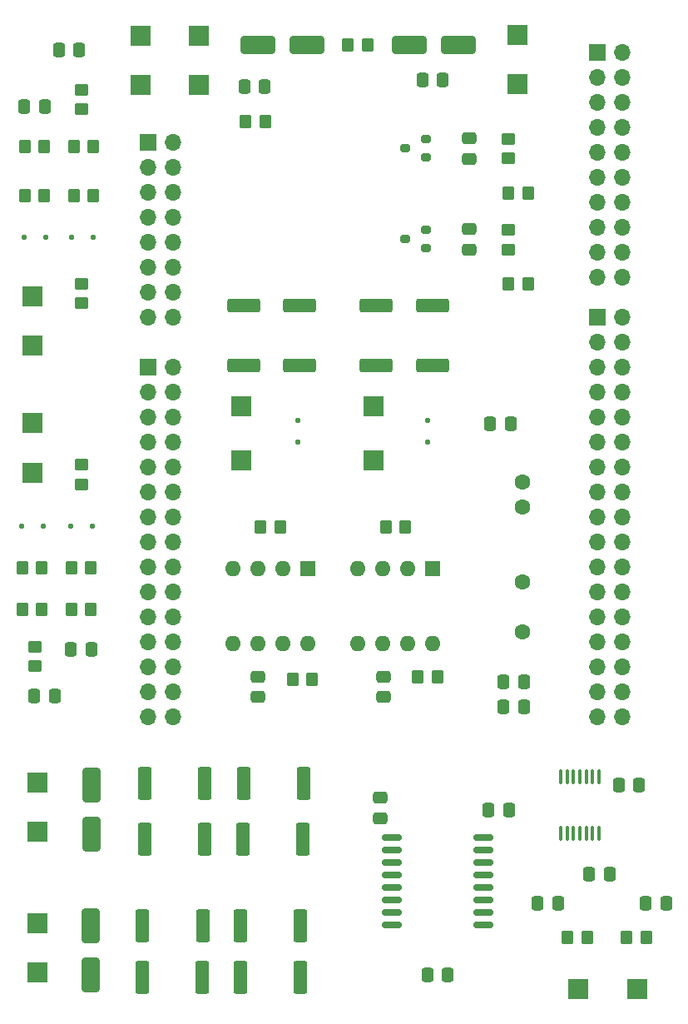
<source format=gts>
G04 #@! TF.GenerationSoftware,KiCad,Pcbnew,8.0.6*
G04 #@! TF.CreationDate,2024-12-04T22:51:12+00:00*
G04 #@! TF.ProjectId,Pulse generator daughter board,50756c73-6520-4676-956e-657261746f72,rev?*
G04 #@! TF.SameCoordinates,Original*
G04 #@! TF.FileFunction,Soldermask,Top*
G04 #@! TF.FilePolarity,Negative*
%FSLAX46Y46*%
G04 Gerber Fmt 4.6, Leading zero omitted, Abs format (unit mm)*
G04 Created by KiCad (PCBNEW 8.0.6) date 2024-12-04 22:51:12*
%MOMM*%
%LPD*%
G01*
G04 APERTURE LIST*
G04 Aperture macros list*
%AMRoundRect*
0 Rectangle with rounded corners*
0 $1 Rounding radius*
0 $2 $3 $4 $5 $6 $7 $8 $9 X,Y pos of 4 corners*
0 Add a 4 corners polygon primitive as box body*
4,1,4,$2,$3,$4,$5,$6,$7,$8,$9,$2,$3,0*
0 Add four circle primitives for the rounded corners*
1,1,$1+$1,$2,$3*
1,1,$1+$1,$4,$5*
1,1,$1+$1,$6,$7*
1,1,$1+$1,$8,$9*
0 Add four rect primitives between the rounded corners*
20,1,$1+$1,$2,$3,$4,$5,0*
20,1,$1+$1,$4,$5,$6,$7,0*
20,1,$1+$1,$6,$7,$8,$9,0*
20,1,$1+$1,$8,$9,$2,$3,0*%
G04 Aperture macros list end*
%ADD10RoundRect,0.250000X-0.337500X-0.475000X0.337500X-0.475000X0.337500X0.475000X-0.337500X0.475000X0*%
%ADD11RoundRect,0.150000X-0.875000X-0.150000X0.875000X-0.150000X0.875000X0.150000X-0.875000X0.150000X0*%
%ADD12RoundRect,0.200000X0.300000X-0.200000X0.300000X0.200000X-0.300000X0.200000X-0.300000X-0.200000X0*%
%ADD13RoundRect,0.249999X-1.425001X0.450001X-1.425001X-0.450001X1.425001X-0.450001X1.425001X0.450001X0*%
%ADD14RoundRect,0.250000X0.450000X-0.350000X0.450000X0.350000X-0.450000X0.350000X-0.450000X-0.350000X0*%
%ADD15RoundRect,0.250000X-0.350000X-0.450000X0.350000X-0.450000X0.350000X0.450000X-0.350000X0.450000X0*%
%ADD16RoundRect,0.250000X0.350000X0.450000X-0.350000X0.450000X-0.350000X-0.450000X0.350000X-0.450000X0*%
%ADD17RoundRect,0.250001X-0.799999X0.799999X-0.799999X-0.799999X0.799999X-0.799999X0.799999X0.799999X0*%
%ADD18RoundRect,0.250001X-0.799999X-0.799999X0.799999X-0.799999X0.799999X0.799999X-0.799999X0.799999X0*%
%ADD19RoundRect,0.125000X0.125000X-0.125000X0.125000X0.125000X-0.125000X0.125000X-0.125000X-0.125000X0*%
%ADD20RoundRect,0.250000X0.475000X-0.337500X0.475000X0.337500X-0.475000X0.337500X-0.475000X-0.337500X0*%
%ADD21RoundRect,0.250000X0.337500X0.475000X-0.337500X0.475000X-0.337500X-0.475000X0.337500X-0.475000X0*%
%ADD22RoundRect,0.125000X0.125000X0.125000X-0.125000X0.125000X-0.125000X-0.125000X0.125000X-0.125000X0*%
%ADD23RoundRect,0.250000X-0.650000X1.500000X-0.650000X-1.500000X0.650000X-1.500000X0.650000X1.500000X0*%
%ADD24RoundRect,0.250001X0.799999X-0.799999X0.799999X0.799999X-0.799999X0.799999X-0.799999X-0.799999X0*%
%ADD25RoundRect,0.250000X-0.475000X0.337500X-0.475000X-0.337500X0.475000X-0.337500X0.475000X0.337500X0*%
%ADD26RoundRect,0.250000X0.650000X-1.500000X0.650000X1.500000X-0.650000X1.500000X-0.650000X-1.500000X0*%
%ADD27C,1.600000*%
%ADD28RoundRect,0.250000X-0.450000X0.350000X-0.450000X-0.350000X0.450000X-0.350000X0.450000X0.350000X0*%
%ADD29RoundRect,0.249999X0.450001X1.425001X-0.450001X1.425001X-0.450001X-1.425001X0.450001X-1.425001X0*%
%ADD30R,1.600000X1.600000*%
%ADD31O,1.600000X1.600000*%
%ADD32RoundRect,0.250000X-1.500000X-0.650000X1.500000X-0.650000X1.500000X0.650000X-1.500000X0.650000X0*%
%ADD33R,1.700000X1.700000*%
%ADD34O,1.700000X1.700000*%
%ADD35RoundRect,0.125000X-0.125000X-0.125000X0.125000X-0.125000X0.125000X0.125000X-0.125000X0.125000X0*%
%ADD36RoundRect,0.250000X1.500000X0.650000X-1.500000X0.650000X-1.500000X-0.650000X1.500000X-0.650000X0*%
%ADD37RoundRect,0.100000X0.100000X-0.637500X0.100000X0.637500X-0.100000X0.637500X-0.100000X-0.637500X0*%
G04 APERTURE END LIST*
D10*
X142172500Y-141970000D03*
X144247500Y-141970000D03*
D11*
X138560000Y-128025000D03*
X138560000Y-129295000D03*
X138560000Y-130565000D03*
X138560000Y-131835000D03*
X138560000Y-133105000D03*
X138560000Y-134375000D03*
X138560000Y-135645000D03*
X138560000Y-136915000D03*
X147860000Y-136915000D03*
X147860000Y-135645000D03*
X147860000Y-134375000D03*
X147860000Y-133105000D03*
X147860000Y-131835000D03*
X147860000Y-130565000D03*
X147860000Y-129295000D03*
X147860000Y-128025000D03*
D12*
X142060000Y-58870000D03*
X142060000Y-56970000D03*
X139960000Y-57920000D03*
D13*
X123460000Y-73920000D03*
X123460000Y-80020000D03*
X129210000Y-73920000D03*
X129210000Y-80020000D03*
X136960000Y-73920000D03*
X136960000Y-80020000D03*
X142710000Y-73920000D03*
X142710000Y-80020000D03*
D14*
X150460000Y-58970000D03*
X150460000Y-56970000D03*
X150460000Y-66220000D03*
X150460000Y-68220000D03*
D15*
X150460000Y-62470000D03*
X152460000Y-62470000D03*
X150460000Y-71720000D03*
X152460000Y-71720000D03*
D16*
X125710000Y-55220000D03*
X123710000Y-55220000D03*
D17*
X136710000Y-89720000D03*
X123210000Y-89720000D03*
X136710000Y-84220000D03*
X123210000Y-84220000D03*
D18*
X112960000Y-51470000D03*
X112960000Y-46470000D03*
D19*
X128960000Y-87820000D03*
X128960000Y-85620000D03*
X142210000Y-87820000D03*
X142210000Y-85620000D03*
D20*
X146460000Y-59007500D03*
X146460000Y-56932500D03*
X146460000Y-68257500D03*
X146460000Y-66182500D03*
D12*
X142060000Y-68120000D03*
X142060000Y-66220000D03*
X139960000Y-67170000D03*
D16*
X158460000Y-138220000D03*
X156460000Y-138220000D03*
D15*
X162460000Y-138220000D03*
X164460000Y-138220000D03*
D10*
X164422500Y-134720000D03*
X166497500Y-134720000D03*
D21*
X155497500Y-134720000D03*
X153422500Y-134720000D03*
X160747500Y-131720000D03*
X158672500Y-131720000D03*
D22*
X108060000Y-96370000D03*
X105860000Y-96370000D03*
D16*
X143210000Y-111720000D03*
X141210000Y-111720000D03*
X107960000Y-100620000D03*
X105960000Y-100620000D03*
D23*
X107960000Y-136970000D03*
X107960000Y-141970000D03*
D18*
X157510000Y-143470000D03*
D10*
X149922500Y-112220000D03*
X151997500Y-112220000D03*
D24*
X101960000Y-72970000D03*
D25*
X124960000Y-111682500D03*
X124960000Y-113757500D03*
D26*
X108030000Y-127720000D03*
X108030000Y-122720000D03*
D15*
X137960000Y-96470000D03*
X139960000Y-96470000D03*
D27*
X151900000Y-91890000D03*
X151900000Y-94430000D03*
X151900000Y-102050000D03*
X151900000Y-107130000D03*
D16*
X102960000Y-104870000D03*
X100960000Y-104870000D03*
D28*
X102210000Y-108620000D03*
X102210000Y-110620000D03*
D29*
X129510000Y-128220000D03*
X123410000Y-128220000D03*
D16*
X102960000Y-100620000D03*
X100960000Y-100620000D03*
D10*
X161672500Y-122720000D03*
X163747500Y-122720000D03*
D16*
X107960000Y-104870000D03*
X105960000Y-104870000D03*
D29*
X119510000Y-122500000D03*
X113410000Y-122500000D03*
D21*
X107997500Y-108870000D03*
X105922500Y-108870000D03*
D18*
X102460000Y-122470000D03*
D30*
X142760000Y-100670000D03*
D31*
X140220000Y-100670000D03*
X137680000Y-100670000D03*
X135140000Y-100670000D03*
X135140000Y-108290000D03*
X137680000Y-108290000D03*
X140220000Y-108290000D03*
X142760000Y-108290000D03*
D10*
X149922500Y-114720000D03*
X151997500Y-114720000D03*
D15*
X134090000Y-47440000D03*
X136090000Y-47440000D03*
D21*
X143747500Y-50970000D03*
X141672500Y-50970000D03*
D18*
X102460000Y-127470000D03*
X118960000Y-46470000D03*
X118960000Y-51470000D03*
D15*
X101210000Y-57720000D03*
X103210000Y-57720000D03*
X125210000Y-96470000D03*
X127210000Y-96470000D03*
D18*
X163510000Y-143470000D03*
D29*
X129560000Y-122500000D03*
X123460000Y-122500000D03*
X119510000Y-128220000D03*
X113410000Y-128220000D03*
D14*
X106960000Y-73720000D03*
X106960000Y-71720000D03*
D32*
X124960000Y-47470000D03*
X129960000Y-47470000D03*
D17*
X101960000Y-90970000D03*
D18*
X102460000Y-136720000D03*
D15*
X106210000Y-57720000D03*
X108210000Y-57720000D03*
D18*
X151340000Y-46380000D03*
D24*
X101960000Y-77970000D03*
D33*
X113780000Y-80170000D03*
D34*
X116320000Y-80170000D03*
X113780000Y-82710000D03*
X116320000Y-82710000D03*
X113780000Y-85250000D03*
X116320000Y-85250000D03*
X113780000Y-87790000D03*
X116320000Y-87790000D03*
X113780000Y-90330000D03*
X116320000Y-90330000D03*
X113780000Y-92870000D03*
X116320000Y-92870000D03*
X113780000Y-95410000D03*
X116320000Y-95410000D03*
X113780000Y-97950000D03*
X116320000Y-97950000D03*
X113780000Y-100490000D03*
X116320000Y-100490000D03*
X113780000Y-103030000D03*
X116320000Y-103030000D03*
X113780000Y-105570000D03*
X116320000Y-105570000D03*
X113780000Y-108110000D03*
X116320000Y-108110000D03*
X113780000Y-110650000D03*
X116320000Y-110650000D03*
X113780000Y-113190000D03*
X116320000Y-113190000D03*
X113780000Y-115730000D03*
X116320000Y-115730000D03*
D30*
X130030000Y-100700000D03*
D31*
X127490000Y-100700000D03*
X124950000Y-100700000D03*
X122410000Y-100700000D03*
X122410000Y-108320000D03*
X124950000Y-108320000D03*
X127490000Y-108320000D03*
X130030000Y-108320000D03*
D25*
X137710000Y-111682500D03*
X137710000Y-113757500D03*
D33*
X159500000Y-75090000D03*
D34*
X162040000Y-75090000D03*
X159500000Y-77630000D03*
X162040000Y-77630000D03*
X159500000Y-80170000D03*
X162040000Y-80170000D03*
X159500000Y-82710000D03*
X162040000Y-82710000D03*
X159500000Y-85250000D03*
X162040000Y-85250000D03*
X159500000Y-87790000D03*
X162040000Y-87790000D03*
X159500000Y-90330000D03*
X162040000Y-90330000D03*
X159500000Y-92870000D03*
X162040000Y-92870000D03*
X159500000Y-95410000D03*
X162040000Y-95410000D03*
X159500000Y-97950000D03*
X162040000Y-97950000D03*
X159500000Y-100490000D03*
X162040000Y-100490000D03*
X159500000Y-103030000D03*
X162040000Y-103030000D03*
X159500000Y-105570000D03*
X162040000Y-105570000D03*
X159500000Y-108110000D03*
X162040000Y-108110000D03*
X159500000Y-110650000D03*
X162040000Y-110650000D03*
X159500000Y-113190000D03*
X162040000Y-113190000D03*
X159500000Y-115730000D03*
X162040000Y-115730000D03*
D22*
X108160000Y-66970000D03*
X105960000Y-66970000D03*
D10*
X123552500Y-51690000D03*
X125627500Y-51690000D03*
X101172500Y-53720000D03*
X103247500Y-53720000D03*
D16*
X130460000Y-111970000D03*
X128460000Y-111970000D03*
D29*
X129260000Y-136970000D03*
X123160000Y-136970000D03*
X119260000Y-142220000D03*
X113160000Y-142220000D03*
D18*
X102460000Y-141720000D03*
D20*
X137360000Y-126057500D03*
X137360000Y-123982500D03*
D10*
X148582500Y-85950000D03*
X150657500Y-85950000D03*
D35*
X100860000Y-96370000D03*
X103060000Y-96370000D03*
D36*
X145340000Y-47440000D03*
X140340000Y-47440000D03*
D28*
X106960000Y-90120000D03*
X106960000Y-92120000D03*
D15*
X106210000Y-62720000D03*
X108210000Y-62720000D03*
D33*
X159500000Y-48170000D03*
D34*
X162040000Y-48170000D03*
X159500000Y-50710000D03*
X162040000Y-50710000D03*
X159500000Y-53250000D03*
X162040000Y-53250000D03*
X159500000Y-55790000D03*
X162040000Y-55790000D03*
X159500000Y-58330000D03*
X162040000Y-58330000D03*
X159500000Y-60870000D03*
X162040000Y-60870000D03*
X159500000Y-63410000D03*
X162040000Y-63410000D03*
X159500000Y-65950000D03*
X162040000Y-65950000D03*
X159500000Y-68490000D03*
X162040000Y-68490000D03*
X159500000Y-71030000D03*
X162040000Y-71030000D03*
D35*
X101110000Y-66970000D03*
X103310000Y-66970000D03*
D10*
X102172500Y-113620000D03*
X104247500Y-113620000D03*
D21*
X106747500Y-47970000D03*
X104672500Y-47970000D03*
D18*
X151340000Y-51380000D03*
D37*
X155760000Y-127582500D03*
X156410000Y-127582500D03*
X157060000Y-127582500D03*
X157710000Y-127582500D03*
X158360000Y-127582500D03*
X159010000Y-127582500D03*
X159660000Y-127582500D03*
X159660000Y-121857500D03*
X159010000Y-121857500D03*
X158360000Y-121857500D03*
X157710000Y-121857500D03*
X157060000Y-121857500D03*
X156410000Y-121857500D03*
X155760000Y-121857500D03*
D29*
X129260000Y-142220000D03*
X123160000Y-142220000D03*
X119310000Y-136970000D03*
X113210000Y-136970000D03*
D17*
X101960000Y-85870000D03*
D15*
X101210000Y-62720000D03*
X103210000Y-62720000D03*
D14*
X106960000Y-53970000D03*
X106960000Y-51970000D03*
D10*
X148422500Y-125220000D03*
X150497500Y-125220000D03*
D33*
X113780000Y-57310000D03*
D34*
X116320000Y-57310000D03*
X113780000Y-59850000D03*
X116320000Y-59850000D03*
X113780000Y-62390000D03*
X116320000Y-62390000D03*
X113780000Y-64930000D03*
X116320000Y-64930000D03*
X113780000Y-67470000D03*
X116320000Y-67470000D03*
X113780000Y-70010000D03*
X116320000Y-70010000D03*
X113780000Y-72550000D03*
X116320000Y-72550000D03*
X113780000Y-75090000D03*
X116320000Y-75090000D03*
M02*

</source>
